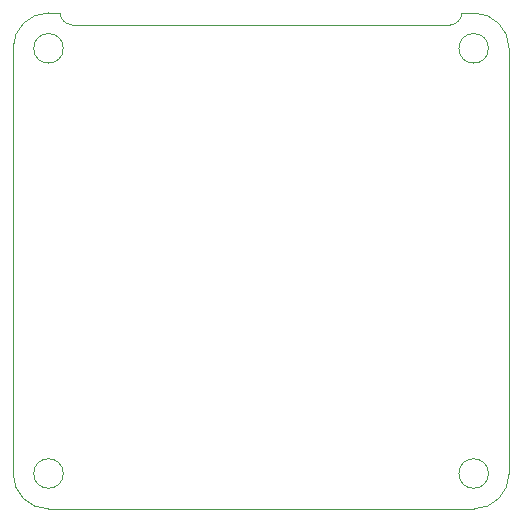
<source format=gbr>
%TF.GenerationSoftware,KiCad,Pcbnew,7.0.6*%
%TF.CreationDate,2023-09-14T12:48:26+02:00*%
%TF.ProjectId,pqunit,7071756e-6974-42e6-9b69-6361645f7063,rev?*%
%TF.SameCoordinates,Original*%
%TF.FileFunction,Profile,NP*%
%FSLAX46Y46*%
G04 Gerber Fmt 4.6, Leading zero omitted, Abs format (unit mm)*
G04 Created by KiCad (PCBNEW 7.0.6) date 2023-09-14 12:48:26*
%MOMM*%
%LPD*%
G01*
G04 APERTURE LIST*
%TA.AperFunction,Profile*%
%ADD10C,0.100000*%
%TD*%
G04 APERTURE END LIST*
D10*
X126170000Y-129760000D02*
G75*
G03*
X126170000Y-129760000I-1250000J0D01*
G01*
X124920000Y-90760000D02*
G75*
G03*
X121920000Y-93760000I0J-3000000D01*
G01*
X160920000Y-90760000D02*
X159920000Y-90760000D01*
X160920000Y-132760000D02*
G75*
G03*
X163920000Y-129760000I0J3000000D01*
G01*
X163920000Y-93760000D02*
G75*
G03*
X160920000Y-90760000I-3000000J0D01*
G01*
X162170000Y-93760000D02*
G75*
G03*
X162170000Y-93760000I-1250000J0D01*
G01*
X163920000Y-93760000D02*
X163920000Y-129760000D01*
X126920000Y-91760000D02*
X158920000Y-91760000D01*
X160920000Y-132760000D02*
X124920000Y-132760000D01*
X158920000Y-91760000D02*
G75*
G03*
X159920000Y-90760000I0J1000000D01*
G01*
X162170000Y-129760000D02*
G75*
G03*
X162170000Y-129760000I-1250000J0D01*
G01*
X121920000Y-129760000D02*
G75*
G03*
X124920000Y-132760000I3000000J0D01*
G01*
X126170000Y-93760000D02*
G75*
G03*
X126170000Y-93760000I-1250000J0D01*
G01*
X124920000Y-90760000D02*
X125920000Y-90760000D01*
X121920000Y-129760000D02*
X121920000Y-93760000D01*
X125920000Y-90760000D02*
G75*
G03*
X126920000Y-91760000I1000000J0D01*
G01*
M02*

</source>
